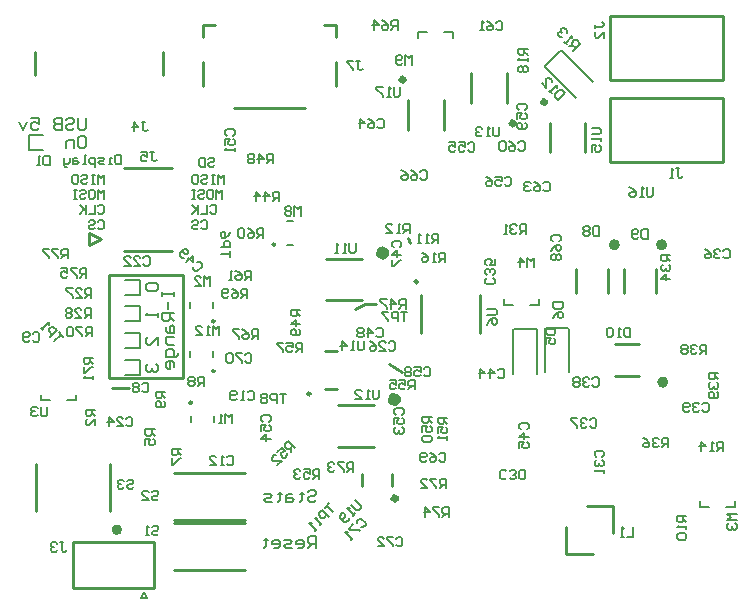
<source format=gbo>
G04 Layer_Color=32896*
%FSTAX24Y24*%
%MOIN*%
G70*
G01*
G75*
%ADD50C,0.0100*%
%ADD92C,0.0197*%
%ADD93C,0.0098*%
%ADD94C,0.0394*%
%ADD95C,0.0079*%
%ADD96C,0.0050*%
%ADD97C,0.0059*%
%ADD174C,0.0060*%
%ADD175C,0.0059*%
%ADD176C,0.0070*%
D50*
X02379Y016624D02*
G03*
X02379Y016624I-00005J0D01*
G01*
X020217Y012884D02*
G03*
X020217Y012884I-000049J0D01*
G01*
X023474Y021683D02*
Y022667D01*
X024656Y021683D02*
Y022667D01*
X028199Y020935D02*
Y021919D01*
X02938Y020935D02*
Y021919D01*
X026752Y022598D02*
Y023583D01*
X025571Y022598D02*
Y023583D01*
X021073Y024793D02*
Y025187D01*
X020679D02*
X021073D01*
X016644Y024793D02*
Y025187D01*
X017037D01*
X016644Y02315D02*
Y023937D01*
X021073Y02315D02*
Y023937D01*
X017677Y022431D02*
X020039D01*
X021142Y011122D02*
X022323D01*
X021142Y0125D02*
X022323D01*
X020748Y016004D02*
X021929D01*
X020748Y017382D02*
X021929D01*
X023898Y014921D02*
Y016181D01*
X025866Y014921D02*
Y016181D01*
X02874Y007559D02*
X029626D01*
X02874D02*
Y008445D01*
X029429Y009134D02*
X030315D01*
Y008248D02*
Y009134D01*
X030364Y014547D02*
X031152D01*
X030364Y013474D02*
X031152D01*
X03065Y01626D02*
Y017047D01*
X031722Y01626D02*
Y017047D01*
X029075Y01626D02*
X029075Y017047D01*
X030148Y01626D02*
X030148Y017047D01*
X015669Y007018D02*
X018031D01*
X015669Y008583D02*
X018031D01*
X030197Y023346D02*
X033976D01*
X030197D02*
Y025472D01*
X033976D01*
Y023346D02*
Y025472D01*
X030197Y02063D02*
X033976D01*
X030197D02*
Y022756D01*
X033976D01*
Y02063D02*
Y022756D01*
X015669Y008671D02*
X018032D01*
X015669Y010236D02*
X018032D01*
X01499Y006407D02*
Y007963D01*
X012293Y006407D02*
X01499D01*
X012293D02*
Y007963D01*
X01499D01*
X020699Y013032D02*
X021093D01*
X020699Y014301D02*
X021093D01*
X011053Y008986D02*
Y010561D01*
X013524Y008986D02*
Y010561D01*
X012835Y018248D02*
X013228Y018051D01*
X012835Y017854D02*
Y018248D01*
Y017854D02*
X013228Y018051D01*
X014016Y020413D02*
X015591D01*
X014016Y017657D02*
X015591D01*
X013593Y013081D02*
X014154D01*
X02193Y009813D02*
Y010207D01*
X022934Y009813D02*
Y010207D01*
X021693Y015699D02*
X022036Y015886D01*
X013494Y013406D02*
Y01685D01*
Y013406D02*
X015955D01*
Y01685D01*
X013494D02*
X015955D01*
X022825Y013888D02*
X023258Y013622D01*
X022036Y015886D02*
X022392D01*
X011043Y023504D02*
Y024291D01*
X015295Y023504D02*
Y024291D01*
X023455Y018081D02*
X023533Y017923D01*
D92*
X023327Y023356D02*
G03*
X023327Y023356I-000049J0D01*
G01*
X028051Y022608D02*
G03*
X028051Y022608I-000049J0D01*
G01*
X026998Y021909D02*
G03*
X026998Y021909I-000049J0D01*
G01*
X032048Y013278D02*
G03*
X032048Y013278I-000089J0D01*
G01*
X032008Y017854D02*
G03*
X032008Y017854I-000089J0D01*
G01*
X030434D02*
G03*
X030434Y017854I-000089J0D01*
G01*
X013839Y008356D02*
G03*
X013839Y008356I-000079J0D01*
G01*
X023081Y0094D02*
G03*
X023081Y0094I-000059J0D01*
G01*
D93*
X019026Y017864D02*
G03*
X019026Y017864I-000039J0D01*
G01*
X01626Y012591D02*
G03*
X01626Y012591I-000039J0D01*
G01*
X017018Y015305D02*
G03*
X017018Y015305I-000039J0D01*
G01*
Y013652D02*
G03*
X017018Y013652I-000039J0D01*
G01*
D94*
X02304Y012697D02*
G03*
X02304Y012697I-000028J0D01*
G01*
X022646Y017579D02*
G03*
X022646Y017579I-000028J0D01*
G01*
D95*
X019439Y017864D02*
X019636D01*
X019439Y018652D02*
X019636D01*
X024969Y024934D02*
X024969Y024754D01*
X024654Y024934D02*
X024969D01*
X023788D02*
X024103D01*
X023788Y024754D02*
X023788Y024934D01*
X028535Y024328D02*
X028591D01*
X028034Y023827D02*
X028535Y024328D01*
X028591D02*
X029621Y023298D01*
X028034Y023771D02*
X029064Y022741D01*
X028034Y023771D02*
X028034Y023827D01*
X028779Y015098D02*
X028819Y015059D01*
X028071Y015098D02*
X028779Y015098D01*
X028819Y015059D02*
X028819Y013602D01*
X028031Y015059D02*
X028031Y013602D01*
X028031Y015059D02*
X028071Y015098D01*
X027717Y015039D02*
X027756Y015D01*
X027008Y015039D02*
X027717Y015039D01*
X027756Y013543D02*
Y015D01*
X026969D02*
X026969Y013543D01*
X026969Y015D02*
X027008Y015039D01*
X026655Y016043D02*
X026655Y015864D01*
X02697D01*
X027521D02*
X027836D01*
X027836Y016043D01*
X03319Y009131D02*
Y009311D01*
Y009131D02*
X033505D01*
X034057D02*
X034372D01*
X034372Y009311D01*
X012403Y012667D02*
Y012846D01*
X012088Y012667D02*
X012403Y012667D01*
X011222Y012667D02*
X011537D01*
X011222Y012846D02*
X011222Y012667D01*
X017008Y011941D02*
Y012138D01*
X01622Y011941D02*
Y012138D01*
X016191Y015758D02*
Y015955D01*
X016978Y015758D02*
Y015955D01*
Y014104D02*
Y014301D01*
X016191Y014104D02*
Y014301D01*
D96*
X014675Y006289D02*
X014774Y006093D01*
X014577D02*
X014774D01*
X014577D02*
X014675Y006289D01*
D97*
X01253Y021466D02*
X012661D01*
X012726Y021401D01*
Y021138D01*
X012661Y021073D01*
X01253D01*
X012464Y021138D01*
Y021401D01*
X01253Y021466D01*
X012333Y021073D02*
Y021335D01*
X012136D01*
X01207Y02127D01*
Y021073D01*
X012726Y02208D02*
Y021752D01*
X012661Y021687D01*
X01253D01*
X012464Y021752D01*
Y02208D01*
X01207Y022015D02*
X012136Y02208D01*
X012267D01*
X012333Y022015D01*
Y021949D01*
X012267Y021884D01*
X012136D01*
X01207Y021818D01*
Y021752D01*
X012136Y021687D01*
X012267D01*
X012333Y021752D01*
X011939Y02208D02*
Y021687D01*
X011742D01*
X011677Y021752D01*
Y021818D01*
X011742Y021884D01*
X011939D01*
X011742D01*
X011677Y021949D01*
Y022015D01*
X011742Y02208D01*
X011939D01*
X01089D02*
X011152D01*
Y021884D01*
X011021Y021949D01*
X010955D01*
X01089Y021884D01*
Y021752D01*
X010955Y021687D01*
X011086D01*
X011152Y021752D01*
X010759Y021949D02*
X010627Y021687D01*
X010496Y021949D01*
X015118Y015591D02*
Y015459D01*
Y015525D01*
X014725D01*
X01479Y015591D01*
Y016565D02*
X014725Y016499D01*
Y016368D01*
X01479Y016303D01*
X015053D01*
X015118Y016368D01*
Y016499D01*
X015053Y016565D01*
X01479D01*
X015282Y016289D02*
Y016158D01*
Y016224D01*
X015676D01*
Y016289D01*
Y016158D01*
X015479Y015961D02*
Y015699D01*
X015676Y015568D02*
X015282D01*
Y015371D01*
X015348Y015305D01*
X015479D01*
X015545Y015371D01*
Y015568D01*
Y015437D02*
X015676Y015305D01*
X015414Y015109D02*
Y014977D01*
X015479Y014912D01*
X015676D01*
Y015109D01*
X01561Y015174D01*
X015545Y015109D01*
Y014912D01*
X015676Y014781D02*
X015414D01*
Y014584D01*
X015479Y014518D01*
X015676D01*
X015807Y014256D02*
Y01419D01*
X015741Y014125D01*
X015414D01*
Y014322D01*
X015479Y014387D01*
X01561D01*
X015676Y014322D01*
Y014125D01*
Y013797D02*
Y013928D01*
X01561Y013994D01*
X015479D01*
X015414Y013928D01*
Y013797D01*
X015479Y013731D01*
X015545D01*
Y013994D01*
X023199Y0231D02*
Y022838D01*
X023146Y022785D01*
X023041D01*
X022989Y022838D01*
Y0231D01*
X022884Y022785D02*
X022779D01*
X022831D01*
Y0231D01*
X022884Y023048D01*
X022622Y0231D02*
X022412D01*
Y023048D01*
X022622Y022838D01*
Y022785D01*
X027451Y02439D02*
X027136D01*
Y024232D01*
X027188Y02418D01*
X027293D01*
X027346Y024232D01*
Y02439D01*
Y024285D02*
X027451Y02418D01*
Y024075D02*
Y02397D01*
Y024022D01*
X027136D01*
X027188Y024075D01*
Y023813D02*
X027136Y02376D01*
Y023655D01*
X027188Y023603D01*
X027241D01*
X027293Y023655D01*
X027346Y023603D01*
X027398D01*
X027451Y023655D01*
Y02376D01*
X027398Y023813D01*
X027346D01*
X027293Y02376D01*
X027241Y023813D01*
X027188D01*
X027293Y02376D02*
Y023655D01*
X028697Y02291D02*
X028474Y022687D01*
X028363Y022798D01*
X028363Y022873D01*
X028512Y023021D01*
X028586D01*
X028697Y02291D01*
X028252D02*
X028178Y022984D01*
X028215Y022947D01*
X028437Y023169D01*
X028437Y023095D01*
X027918Y023244D02*
X028066Y023095D01*
Y023392D01*
X028103Y023429D01*
X028178D01*
X028252Y023355D01*
X028252Y023281D01*
X028301Y017969D02*
X028248Y018022D01*
Y018127D01*
X028301Y018179D01*
X028511D01*
X028563Y018127D01*
Y018022D01*
X028511Y017969D01*
X028248Y017654D02*
X028301Y017759D01*
X028406Y017864D01*
X028511D01*
X028563Y017812D01*
Y017707D01*
X028511Y017654D01*
X028458D01*
X028406Y017707D01*
Y017864D01*
X028301Y017549D02*
X028248Y017497D01*
Y017392D01*
X028301Y01734D01*
X028353D01*
X028406Y017392D01*
X028458Y01734D01*
X028511D01*
X028563Y017392D01*
Y017497D01*
X028511Y017549D01*
X028458D01*
X028406Y017497D01*
X028353Y017549D01*
X028301D01*
X028406Y017497D02*
Y017392D01*
X023875Y020282D02*
X023927Y020335D01*
X024032D01*
X024085Y020282D01*
Y020072D01*
X024032Y02002D01*
X023927D01*
X023875Y020072D01*
X02356Y020335D02*
X023665Y020282D01*
X02377Y020177D01*
Y020072D01*
X023717Y02002D01*
X023612D01*
X02356Y020072D01*
Y020125D01*
X023612Y020177D01*
X02377D01*
X023245Y020335D02*
X02335Y020282D01*
X023455Y020177D01*
Y020072D01*
X023402Y02002D01*
X023298D01*
X023245Y020072D01*
Y020125D01*
X023298Y020177D01*
X023455D01*
X022448Y022005D02*
X0225Y022057D01*
X022605D01*
X022657Y022005D01*
Y021795D01*
X022605Y021742D01*
X0225D01*
X022448Y021795D01*
X022133Y022057D02*
X022238Y022005D01*
X022343Y0219D01*
Y021795D01*
X02229Y021742D01*
X022185D01*
X022133Y021795D01*
Y021847D01*
X022185Y0219D01*
X022343D01*
X02187Y021742D02*
Y022057D01*
X022028Y0219D01*
X021818D01*
X027979Y019908D02*
X028032Y019961D01*
X028136D01*
X028189Y019908D01*
Y019698D01*
X028136Y019646D01*
X028032D01*
X027979Y019698D01*
X027664Y019961D02*
X027769Y019908D01*
X027874Y019803D01*
Y019698D01*
X027822Y019646D01*
X027717D01*
X027664Y019698D01*
Y019751D01*
X027717Y019803D01*
X027874D01*
X027559Y019908D02*
X027507Y019961D01*
X027402D01*
X027349Y019908D01*
Y019856D01*
X027402Y019803D01*
X027454D01*
X027402D01*
X027349Y019751D01*
Y019698D01*
X027402Y019646D01*
X027507D01*
X027559Y019698D01*
X021749Y023986D02*
X021854D01*
X021801D01*
Y023724D01*
X021854Y023671D01*
X021906D01*
X021959Y023724D01*
X021644Y023986D02*
X021434D01*
Y023934D01*
X021644Y023724D01*
Y023671D01*
X011877Y007933D02*
X011982D01*
X011929D01*
Y007671D01*
X011982Y007618D01*
X012034D01*
X012087Y007671D01*
X011772Y00788D02*
X011719Y007933D01*
X011614D01*
X011562Y00788D01*
Y007828D01*
X011614Y007776D01*
X011667D01*
X011614D01*
X011562Y007723D01*
Y007671D01*
X011614Y007618D01*
X011719D01*
X011772Y007671D01*
X028307Y015935D02*
X028622D01*
Y015778D01*
X02857Y015725D01*
X02836D01*
X028307Y015778D01*
Y015935D01*
Y01541D02*
X02836Y015515D01*
X028465Y01562D01*
X02857D01*
X028622Y015568D01*
Y015463D01*
X02857Y01541D01*
X028517D01*
X028465Y015463D01*
Y01562D01*
X028065Y015061D02*
X02838D01*
Y014904D01*
X028328Y014851D01*
X028118D01*
X028065Y014904D01*
Y015061D01*
Y014536D02*
Y014746D01*
X028223D01*
X02817Y014641D01*
Y014589D01*
X028223Y014536D01*
X028328D01*
X02838Y014589D01*
Y014694D01*
X028328Y014746D01*
X011975Y01479D02*
X011826Y014938D01*
X0119Y014864D01*
X011678Y014641D01*
X011529Y01479D02*
X011752Y015012D01*
X011641Y015124D01*
X011566D01*
X011492Y015049D01*
X011492Y014975D01*
X011604Y014864D01*
X011307Y015012D02*
X011232Y015086D01*
X01127Y015049D01*
X011492Y015272D01*
X011492Y015198D01*
X0194Y012894D02*
X01919D01*
X019295D01*
Y012579D01*
X019085D02*
Y012894D01*
X018927D01*
X018875Y012841D01*
Y012736D01*
X018927Y012684D01*
X019085D01*
X01877Y012841D02*
X018717Y012894D01*
X018612D01*
X01856Y012841D01*
Y012789D01*
X018612Y012736D01*
X01856Y012684D01*
Y012631D01*
X018612Y012579D01*
X018717D01*
X01877Y012631D01*
Y012684D01*
X018717Y012736D01*
X01877Y012789D01*
Y012841D01*
X018717Y012736D02*
X018612D01*
X023445Y01562D02*
X023235D01*
X02334D01*
Y015305D01*
X02313D02*
Y01562D01*
X022973D01*
X02292Y015568D01*
Y015463D01*
X022973Y01541D01*
X02313D01*
X022815Y01562D02*
X022605D01*
Y015568D01*
X022815Y015358D01*
Y015305D01*
X017539Y017451D02*
Y017661D01*
Y017556D01*
X017224D01*
Y017766D02*
X017539D01*
Y017923D01*
X017487Y017976D01*
X017382D01*
X017329Y017923D01*
Y017766D01*
X017539Y01829D02*
X017487Y018185D01*
X017382Y018081D01*
X017277D01*
X017224Y018133D01*
Y018238D01*
X017277Y01829D01*
X017329D01*
X017382Y018238D01*
Y018081D01*
X026516Y021781D02*
Y021519D01*
X026463Y021467D01*
X026358D01*
X026306Y021519D01*
Y021781D01*
X026201Y021467D02*
X026096D01*
X026148D01*
Y021781D01*
X026201Y021729D01*
X025939D02*
X025886Y021781D01*
X025781D01*
X025729Y021729D01*
Y021676D01*
X025781Y021624D01*
X025834D01*
X025781D01*
X025729Y021571D01*
Y021519D01*
X025781Y021467D01*
X025886D01*
X025939Y021519D01*
X0225Y013031D02*
Y012769D01*
X022448Y012717D01*
X022343D01*
X02229Y012769D01*
Y013031D01*
X022185Y012717D02*
X02208D01*
X022133D01*
Y013031D01*
X022185Y012979D01*
X021713Y012717D02*
X021923D01*
X021713Y012926D01*
Y012979D01*
X021765Y013031D01*
X02187D01*
X021923Y012979D01*
X021722Y017913D02*
Y017651D01*
X02167Y017598D01*
X021565D01*
X021513Y017651D01*
Y017913D01*
X021408Y017598D02*
X021303D01*
X021355D01*
Y017913D01*
X021408Y017861D01*
X021145Y017598D02*
X02104D01*
X021093D01*
Y017913D01*
X021145Y017861D01*
X026112Y015718D02*
X026375D01*
X026427Y015666D01*
Y015561D01*
X026375Y015509D01*
X026112D01*
Y015194D02*
X026165Y015299D01*
X02627Y015404D01*
X026375D01*
X026427Y015351D01*
Y015246D01*
X026375Y015194D01*
X026322D01*
X02627Y015246D01*
Y015404D01*
X020512Y010059D02*
Y010374D01*
X020354D01*
X020302Y010321D01*
Y010216D01*
X020354Y010164D01*
X020512D01*
X020407D02*
X020302Y010059D01*
X019987Y010374D02*
X020197D01*
Y010216D01*
X020092Y010269D01*
X02004D01*
X019987Y010216D01*
Y010112D01*
X02004Y010059D01*
X020144D01*
X020197Y010112D01*
X019882Y010321D02*
X01983Y010374D01*
X019725D01*
X019672Y010321D01*
Y010269D01*
X019725Y010216D01*
X019777D01*
X019725D01*
X019672Y010164D01*
Y010112D01*
X019725Y010059D01*
X01983D01*
X019882Y010112D01*
X019705Y011093D02*
X019482Y011315D01*
X019371Y011204D01*
Y01113D01*
X019445Y011055D01*
X019519Y011055D01*
X019631Y011167D01*
X019556Y011093D02*
Y010944D01*
X019111D02*
X019259Y011093D01*
X019371Y010981D01*
X019259Y010944D01*
X019222Y010907D01*
Y010833D01*
X019297Y010759D01*
X019371Y010759D01*
X019445Y010833D01*
Y010907D01*
X019111Y010499D02*
X019259Y010647D01*
X018963D01*
X018925Y010684D01*
Y010759D01*
X019Y010833D01*
X019074Y010833D01*
X024783Y012096D02*
X024469D01*
Y011939D01*
X024521Y011887D01*
X024626D01*
X024679Y011939D01*
Y012096D01*
Y011991D02*
X024783Y011887D01*
X024469Y011572D02*
Y011782D01*
X024626D01*
X024574Y011677D01*
Y011624D01*
X024626Y011572D01*
X024731D01*
X024783Y011624D01*
Y011729D01*
X024731Y011782D01*
X024783Y011467D02*
Y011362D01*
Y011414D01*
X024469D01*
X024521Y011467D01*
X024262Y012126D02*
X023947D01*
Y011969D01*
X023999Y011916D01*
X024104D01*
X024157Y011969D01*
Y012126D01*
Y012021D02*
X024262Y011916D01*
X023947Y011601D02*
Y011811D01*
X024104D01*
X024052Y011706D01*
Y011654D01*
X024104Y011601D01*
X024209D01*
X024262Y011654D01*
Y011759D01*
X024209Y011811D01*
X023999Y011496D02*
X023947Y011444D01*
Y011339D01*
X023999Y011286D01*
X024209D01*
X024262Y011339D01*
Y011444D01*
X024209Y011496D01*
X023999D01*
X019882Y015679D02*
X019567D01*
Y015522D01*
X01962Y015469D01*
X019724D01*
X019777Y015522D01*
Y015679D01*
Y015574D02*
X019882Y015469D01*
Y015207D02*
X019567D01*
X019724Y015364D01*
Y015154D01*
X019829Y015049D02*
X019882Y014997D01*
Y014892D01*
X019829Y01484D01*
X01962D01*
X019567Y014892D01*
Y014997D01*
X01962Y015049D01*
X019672D01*
X019724Y014997D01*
Y01484D01*
X018967Y020571D02*
Y020886D01*
X018809D01*
X018757Y020833D01*
Y020728D01*
X018809Y020676D01*
X018967D01*
X018862D02*
X018757Y020571D01*
X018494D02*
Y020886D01*
X018652Y020728D01*
X018442D01*
X018337Y020833D02*
X018284Y020886D01*
X018179D01*
X018127Y020833D01*
Y020781D01*
X018179Y020728D01*
X018127Y020676D01*
Y020623D01*
X018179Y020571D01*
X018284D01*
X018337Y020623D01*
Y020676D01*
X018284Y020728D01*
X018337Y020781D01*
Y020833D01*
X018284Y020728D02*
X018179D01*
X023386Y015728D02*
Y016043D01*
X023228D01*
X023176Y015991D01*
Y015886D01*
X023228Y015833D01*
X023386D01*
X023281D02*
X023176Y015728D01*
X022914D02*
Y016043D01*
X023071Y015886D01*
X022861D01*
X022756Y016043D02*
X022546D01*
Y015991D01*
X022756Y015781D01*
Y015728D01*
X033809Y013583D02*
X033494D01*
Y013425D01*
X033547Y013373D01*
X033652D01*
X033704Y013425D01*
Y013583D01*
Y013478D02*
X033809Y013373D01*
X033547Y013268D02*
X033494Y013215D01*
Y01311D01*
X033547Y013058D01*
X033599D01*
X033652Y01311D01*
Y013163D01*
Y01311D01*
X033704Y013058D01*
X033757D01*
X033809Y01311D01*
Y013215D01*
X033757Y013268D01*
Y012953D02*
X033809Y0129D01*
Y012796D01*
X033757Y012743D01*
X033547D01*
X033494Y012796D01*
Y0129D01*
X033547Y012953D01*
X033599D01*
X033652Y0129D01*
Y012743D01*
X033415Y014213D02*
Y014527D01*
X033258D01*
X033205Y014475D01*
Y01437D01*
X033258Y014318D01*
X033415D01*
X03331D02*
X033205Y014213D01*
X033101Y014475D02*
X033048Y014527D01*
X032943D01*
X032891Y014475D01*
Y014423D01*
X032943Y01437D01*
X032996D01*
X032943D01*
X032891Y014318D01*
Y014265D01*
X032943Y014213D01*
X033048D01*
X033101Y014265D01*
X032786Y014475D02*
X032733Y014527D01*
X032628D01*
X032576Y014475D01*
Y014423D01*
X032628Y01437D01*
X032576Y014318D01*
Y014265D01*
X032628Y014213D01*
X032733D01*
X032786Y014265D01*
Y014318D01*
X032733Y01437D01*
X032786Y014423D01*
Y014475D01*
X032733Y01437D02*
X032628D01*
X032146Y011102D02*
Y011417D01*
X031988D01*
X031936Y011365D01*
Y01126D01*
X031988Y011207D01*
X032146D01*
X032041D02*
X031936Y011102D01*
X031831Y011365D02*
X031778Y011417D01*
X031673D01*
X031621Y011365D01*
Y011312D01*
X031673Y01126D01*
X031726D01*
X031673D01*
X031621Y011207D01*
Y011155D01*
X031673Y011102D01*
X031778D01*
X031831Y011155D01*
X031306Y011417D02*
X031411Y011365D01*
X031516Y01126D01*
Y011155D01*
X031463Y011102D01*
X031359D01*
X031306Y011155D01*
Y011207D01*
X031359Y01126D01*
X031516D01*
X032215Y01751D02*
X0319D01*
Y017352D01*
X031952Y0173D01*
X032057D01*
X03211Y017352D01*
Y01751D01*
Y017405D02*
X032215Y0173D01*
X031952Y017195D02*
X0319Y017143D01*
Y017038D01*
X031952Y016985D01*
X032005D01*
X032057Y017038D01*
Y01709D01*
Y017038D01*
X03211Y016985D01*
X032162D01*
X032215Y017038D01*
Y017143D01*
X032162Y017195D01*
X032215Y016723D02*
X0319D01*
X032057Y01688D01*
Y01667D01*
X027402Y018218D02*
Y018533D01*
X027244D01*
X027192Y018481D01*
Y018376D01*
X027244Y018323D01*
X027402D01*
X027297D02*
X027192Y018218D01*
X027087Y018481D02*
X027034Y018533D01*
X026929D01*
X026877Y018481D01*
Y018428D01*
X026929Y018376D01*
X026982D01*
X026929D01*
X026877Y018323D01*
Y018271D01*
X026929Y018218D01*
X027034D01*
X027087Y018271D01*
X026772Y018218D02*
X026667D01*
X026719D01*
Y018533D01*
X026772Y018481D01*
X024705Y017283D02*
Y017598D01*
X024547D01*
X024495Y017546D01*
Y017441D01*
X024547Y017388D01*
X024705D01*
X0246D02*
X024495Y017283D01*
X02439D02*
X024285D01*
X024337D01*
Y017598D01*
X02439Y017546D01*
X023918Y017598D02*
X024023Y017546D01*
X024127Y017441D01*
Y017336D01*
X024075Y017283D01*
X02397D01*
X023918Y017336D01*
Y017388D01*
X02397Y017441D01*
X024127D01*
X033967Y010974D02*
Y011289D01*
X033809D01*
X033757Y011237D01*
Y011132D01*
X033809Y011079D01*
X033967D01*
X033862D02*
X033757Y010974D01*
X033652D02*
X033547D01*
X033599D01*
Y011289D01*
X033652Y011237D01*
X033232Y010974D02*
Y011289D01*
X033389Y011132D01*
X033179D01*
X023524Y018238D02*
Y018553D01*
X023366D01*
X023314Y018501D01*
Y018396D01*
X023366Y018343D01*
X023524D01*
X023419D02*
X023314Y018238D01*
X023209D02*
X023104D01*
X023156D01*
Y018553D01*
X023209Y018501D01*
X022736Y018238D02*
X022946D01*
X022736Y018448D01*
Y018501D01*
X022789Y018553D01*
X022894D01*
X022946Y018501D01*
X024478Y017913D02*
Y018228D01*
X024321D01*
X024268Y018176D01*
Y018071D01*
X024321Y018018D01*
X024478D01*
X024373D02*
X024268Y017913D01*
X024163D02*
X024059D01*
X024111D01*
Y018228D01*
X024163Y018176D01*
X023901Y017913D02*
X023796D01*
X023849D01*
Y018228D01*
X023901Y018176D01*
X032746Y008809D02*
X032431D01*
Y008652D01*
X032484Y008599D01*
X032589D01*
X032641Y008652D01*
Y008809D01*
Y008704D02*
X032746Y008599D01*
Y008494D02*
Y008389D01*
Y008442D01*
X032431D01*
X032484Y008494D01*
Y008232D02*
X032431Y008179D01*
Y008074D01*
X032484Y008022D01*
X032694D01*
X032746Y008074D01*
Y008179D01*
X032694Y008232D01*
X032484D01*
X027657Y017116D02*
Y017431D01*
X027553Y017326D01*
X027448Y017431D01*
Y017116D01*
X027185D02*
Y017431D01*
X027343Y017274D01*
X027133D01*
X034429Y008888D02*
X034114D01*
X034219Y008783D01*
X034114Y008678D01*
X034429D01*
X034167Y008573D02*
X034114Y00852D01*
Y008416D01*
X034167Y008363D01*
X034219D01*
X034272Y008416D01*
Y008468D01*
Y008416D01*
X034324Y008363D01*
X034377D01*
X034429Y008416D01*
Y00852D01*
X034377Y008573D01*
X030974Y008445D02*
Y00813D01*
X030765D01*
X03066D02*
X030555D01*
X030607D01*
Y008445D01*
X03066Y008392D01*
X030876Y015098D02*
Y014783D01*
X030719D01*
X030666Y014836D01*
Y015046D01*
X030719Y015098D01*
X030876D01*
X030561Y014783D02*
X030456D01*
X030509D01*
Y015098D01*
X030561Y015046D01*
X030299D02*
X030246Y015098D01*
X030141D01*
X030089Y015046D01*
Y014836D01*
X030141Y014783D01*
X030246D01*
X030299Y014836D01*
Y015046D01*
X031457Y018376D02*
Y018061D01*
X031299D01*
X031247Y018113D01*
Y018323D01*
X031299Y018376D01*
X031457D01*
X031142Y018113D02*
X031089Y018061D01*
X030984D01*
X030932Y018113D01*
Y018323D01*
X030984Y018376D01*
X031089D01*
X031142Y018323D01*
Y018271D01*
X031089Y018218D01*
X030932D01*
X029833Y018474D02*
Y018159D01*
X029675D01*
X029623Y018212D01*
Y018422D01*
X029675Y018474D01*
X029833D01*
X029518Y018422D02*
X029465Y018474D01*
X02936D01*
X029308Y018422D01*
Y018369D01*
X02936Y018317D01*
X029308Y018264D01*
Y018212D01*
X02936Y018159D01*
X029465D01*
X029518Y018212D01*
Y018264D01*
X029465Y018317D01*
X029518Y018369D01*
Y018422D01*
X029465Y018317D02*
X02936D01*
X02669Y020075D02*
X026742Y020128D01*
X026847D01*
X0269Y020075D01*
Y019865D01*
X026847Y019813D01*
X026742D01*
X02669Y019865D01*
X026375Y020128D02*
X026585D01*
Y01997D01*
X02648Y020023D01*
X026427D01*
X026375Y01997D01*
Y019865D01*
X026427Y019813D01*
X026532D01*
X026585Y019865D01*
X02606Y020128D02*
X026165Y020075D01*
X02627Y01997D01*
Y019865D01*
X026217Y019813D01*
X026112D01*
X02606Y019865D01*
Y019918D01*
X026112Y01997D01*
X02627D01*
X025469Y021217D02*
X025522Y02127D01*
X025627D01*
X025679Y021217D01*
Y021007D01*
X025627Y020955D01*
X025522D01*
X025469Y021007D01*
X025154Y02127D02*
X025364D01*
Y021112D01*
X025259Y021165D01*
X025207D01*
X025154Y021112D01*
Y021007D01*
X025207Y020955D01*
X025312D01*
X025364Y021007D01*
X02484Y02127D02*
X025049D01*
Y021112D01*
X024944Y021165D01*
X024892D01*
X02484Y021112D01*
Y021007D01*
X024892Y020955D01*
X024997D01*
X025049Y021007D01*
X018625Y011955D02*
X018573Y012008D01*
Y012113D01*
X018625Y012165D01*
X018835D01*
X018888Y012113D01*
Y012008D01*
X018835Y011955D01*
X018573Y011641D02*
Y011851D01*
X01873D01*
X018678Y011746D01*
Y011693D01*
X01873Y011641D01*
X018835D01*
X018888Y011693D01*
Y011798D01*
X018835Y011851D01*
X018888Y011378D02*
X018573D01*
X01873Y011536D01*
Y011326D01*
X023055Y012192D02*
X023002Y012244D01*
Y012349D01*
X023055Y012402D01*
X023264D01*
X023317Y012349D01*
Y012244D01*
X023264Y012192D01*
X023002Y011877D02*
Y012087D01*
X023159D01*
X023107Y011982D01*
Y011929D01*
X023159Y011877D01*
X023264D01*
X023317Y011929D01*
Y012034D01*
X023264Y012087D01*
X023055Y011772D02*
X023002Y011719D01*
Y011614D01*
X023055Y011562D01*
X023107D01*
X023159Y011614D01*
Y011667D01*
Y011614D01*
X023212Y011562D01*
X023264D01*
X023317Y011614D01*
Y011719D01*
X023264Y011772D01*
X017425Y021493D02*
X017372Y021545D01*
Y02165D01*
X017425Y021703D01*
X017635D01*
X017687Y02165D01*
Y021545D01*
X017635Y021493D01*
X017372Y021178D02*
Y021388D01*
X01753D01*
X017477Y021283D01*
Y02123D01*
X01753Y021178D01*
X017635D01*
X017687Y02123D01*
Y021335D01*
X017635Y021388D01*
X017687Y021073D02*
Y020968D01*
Y021021D01*
X017372D01*
X017425Y021073D01*
X016445Y017273D02*
X016519D01*
X016593Y017199D01*
X016593Y017125D01*
X016445Y016976D01*
X01637D01*
X016296Y01705D01*
X016296Y017125D01*
X016074Y017273D02*
X016296Y017496D01*
X016296Y017273D01*
X016148Y017421D01*
X015999D02*
X015925D01*
X015851Y017496D01*
X015851Y01757D01*
X015999Y017718D01*
X016074D01*
X016148Y017644D01*
X016148Y01757D01*
X016111Y017533D01*
X016036Y017533D01*
X015925Y017644D01*
X022408Y015036D02*
X022461Y015088D01*
X022566D01*
X022618Y015036D01*
Y014826D01*
X022566Y014774D01*
X022461D01*
X022408Y014826D01*
X022146Y014774D02*
Y015088D01*
X022303Y014931D01*
X022093D01*
X021988Y015036D02*
X021936Y015088D01*
X021831D01*
X021778Y015036D01*
Y014984D01*
X021831Y014931D01*
X021778Y014879D01*
Y014826D01*
X021831Y014774D01*
X021936D01*
X021988Y014826D01*
Y014879D01*
X021936Y014931D01*
X021988Y014984D01*
Y015036D01*
X021936Y014931D02*
X021831D01*
X022986Y017772D02*
X022933Y017825D01*
Y01793D01*
X022986Y017982D01*
X023196D01*
X023248Y01793D01*
Y017825D01*
X023196Y017772D01*
X023248Y01751D02*
X022933D01*
X023091Y017667D01*
Y017458D01*
X022933Y017353D02*
Y017143D01*
X022986D01*
X023196Y017353D01*
X023248D01*
X027228Y0117D02*
X027175Y011752D01*
Y011857D01*
X027228Y011909D01*
X027438D01*
X02749Y011857D01*
Y011752D01*
X027438Y0117D01*
X02749Y011437D02*
X027175D01*
X027333Y011595D01*
Y011385D01*
X027175Y01107D02*
Y01128D01*
X027333D01*
X02728Y011175D01*
Y011122D01*
X027333Y01107D01*
X027438D01*
X02749Y011122D01*
Y011227D01*
X027438Y01128D01*
X02646Y013672D02*
X026513Y013725D01*
X026618D01*
X02667Y013672D01*
Y013462D01*
X026618Y01341D01*
X026513D01*
X02646Y013462D01*
X026198Y01341D02*
Y013725D01*
X026355Y013567D01*
X026145D01*
X025883Y01341D02*
Y013725D01*
X02604Y013567D01*
X02583D01*
X033274Y012546D02*
X033327Y012598D01*
X033432D01*
X033484Y012546D01*
Y012336D01*
X033432Y012283D01*
X033327D01*
X033274Y012336D01*
X033169Y012546D02*
X033117Y012598D01*
X033012D01*
X032959Y012546D01*
Y012493D01*
X033012Y012441D01*
X033064D01*
X033012D01*
X032959Y012388D01*
Y012336D01*
X033012Y012283D01*
X033117D01*
X033169Y012336D01*
X032855D02*
X032802Y012283D01*
X032697D01*
X032645Y012336D01*
Y012546D01*
X032697Y012598D01*
X032802D01*
X032855Y012546D01*
Y012493D01*
X032802Y012441D01*
X032645D01*
X029613Y013382D02*
X029665Y013435D01*
X02977D01*
X029823Y013382D01*
Y013173D01*
X02977Y01312D01*
X029665D01*
X029613Y013173D01*
X029508Y013382D02*
X029455Y013435D01*
X029351D01*
X029298Y013382D01*
Y01333D01*
X029351Y013278D01*
X029403D01*
X029351D01*
X029298Y013225D01*
Y013173D01*
X029351Y01312D01*
X029455D01*
X029508Y013173D01*
X029193Y013382D02*
X029141Y013435D01*
X029036D01*
X028983Y013382D01*
Y01333D01*
X029036Y013278D01*
X028983Y013225D01*
Y013173D01*
X029036Y01312D01*
X029141D01*
X029193Y013173D01*
Y013225D01*
X029141Y013278D01*
X029193Y01333D01*
Y013382D01*
X029141Y013278D02*
X029036D01*
X029534Y012014D02*
X029587Y012067D01*
X029692D01*
X029744Y012014D01*
Y011804D01*
X029692Y011752D01*
X029587D01*
X029534Y011804D01*
X029429Y012014D02*
X029377Y012067D01*
X029272D01*
X029219Y012014D01*
Y011962D01*
X029272Y011909D01*
X029324D01*
X029272D01*
X029219Y011857D01*
Y011804D01*
X029272Y011752D01*
X029377D01*
X029429Y011804D01*
X029114Y012067D02*
X028904D01*
Y012014D01*
X029114Y011804D01*
Y011752D01*
X033983Y017664D02*
X034035Y017716D01*
X03414D01*
X034193Y017664D01*
Y017454D01*
X03414Y017402D01*
X034035D01*
X033983Y017454D01*
X033878Y017664D02*
X033826Y017716D01*
X033721D01*
X033668Y017664D01*
Y017611D01*
X033721Y017559D01*
X033773D01*
X033721D01*
X033668Y017507D01*
Y017454D01*
X033721Y017402D01*
X033826D01*
X033878Y017454D01*
X033353Y017716D02*
X033458Y017664D01*
X033563Y017559D01*
Y017454D01*
X033511Y017402D01*
X033406D01*
X033353Y017454D01*
Y017507D01*
X033406Y017559D01*
X033563D01*
X026306Y016745D02*
X026358Y016693D01*
Y016588D01*
X026306Y016535D01*
X026096D01*
X026043Y016588D01*
Y016693D01*
X026096Y016745D01*
X026306Y01685D02*
X026358Y016903D01*
Y017008D01*
X026306Y01706D01*
X026253D01*
X026201Y017008D01*
Y016955D01*
Y017008D01*
X026148Y01706D01*
X026096D01*
X026043Y017008D01*
Y016903D01*
X026096Y01685D01*
X026358Y017375D02*
Y017165D01*
X026201D01*
X026253Y01727D01*
Y017323D01*
X026201Y017375D01*
X026096D01*
X026043Y017323D01*
Y017218D01*
X026096Y017165D01*
X029738Y010784D02*
X029685Y010837D01*
Y010942D01*
X029738Y010994D01*
X029948D01*
X03Y010942D01*
Y010837D01*
X029948Y010784D01*
X029738Y010679D02*
X029685Y010627D01*
Y010522D01*
X029738Y010469D01*
X02979D01*
X029843Y010522D01*
Y010574D01*
Y010522D01*
X029895Y010469D01*
X029948D01*
X03Y010522D01*
Y010627D01*
X029948Y010679D01*
X03Y010364D02*
Y010259D01*
Y010312D01*
X029685D01*
X029738Y010364D01*
X026745Y010092D02*
X026693Y010039D01*
X026588D01*
X026535Y010092D01*
Y010302D01*
X026588Y010354D01*
X026693D01*
X026745Y010302D01*
X02685Y010092D02*
X026903Y010039D01*
X027008D01*
X02706Y010092D01*
Y010144D01*
X027008Y010197D01*
X026955D01*
X027008D01*
X02706Y010249D01*
Y010302D01*
X027008Y010354D01*
X026903D01*
X02685Y010302D01*
X027165Y010092D02*
X027218Y010039D01*
X027323D01*
X027375Y010092D01*
Y010302D01*
X027323Y010354D01*
X027218D01*
X027165Y010302D01*
Y010092D01*
X022822Y014583D02*
X022874Y014636D01*
X022979D01*
X023031Y014583D01*
Y014373D01*
X022979Y014321D01*
X022874D01*
X022822Y014373D01*
X022507Y014321D02*
X022717D01*
X022507Y014531D01*
Y014583D01*
X022559Y014636D01*
X022664D01*
X022717Y014583D01*
X022192Y014636D02*
X022297Y014583D01*
X022402Y014478D01*
Y014373D01*
X022349Y014321D01*
X022244D01*
X022192Y014373D01*
Y014426D01*
X022244Y014478D01*
X022402D01*
X014938Y008432D02*
X01499Y008484D01*
X015095D01*
X015148Y008432D01*
Y008379D01*
X015095Y008327D01*
X01499D01*
X014938Y008274D01*
Y008222D01*
X01499Y008169D01*
X015095D01*
X015148Y008222D01*
X014833Y008169D02*
X014728D01*
X01478D01*
Y008484D01*
X014833Y008432D01*
X015374Y012963D02*
X015059D01*
Y012805D01*
X015112Y012753D01*
X015217D01*
X015269Y012805D01*
Y012963D01*
Y012858D02*
X015374Y012753D01*
X015322Y012648D02*
X015374Y012595D01*
Y01249D01*
X015322Y012438D01*
X015112D01*
X015059Y01249D01*
Y012595D01*
X015112Y012648D01*
X015164D01*
X015217Y012595D01*
Y012438D01*
X016673Y01315D02*
Y013464D01*
X016516D01*
X016463Y013412D01*
Y013307D01*
X016516Y013255D01*
X016673D01*
X016568D02*
X016463Y01315D01*
X016358Y013412D02*
X016306Y013464D01*
X016201D01*
X016148Y013412D01*
Y01336D01*
X016201Y013307D01*
X016148Y013255D01*
Y013202D01*
X016201Y01315D01*
X016306D01*
X016358Y013202D01*
Y013255D01*
X016306Y013307D01*
X016358Y01336D01*
Y013412D01*
X016306Y013307D02*
X016201D01*
X015906Y011053D02*
X015591D01*
Y010896D01*
X015643Y010843D01*
X015748D01*
X015801Y010896D01*
Y011053D01*
Y010948D02*
X015906Y010843D01*
X015591Y010738D02*
Y010528D01*
X015643D01*
X015853Y010738D01*
X015906D01*
X01503Y011703D02*
X014715D01*
Y011545D01*
X014767Y011493D01*
X014872D01*
X014925Y011545D01*
Y011703D01*
Y011598D02*
X01503Y011493D01*
X014715Y011178D02*
Y011388D01*
X014872D01*
X01482Y011283D01*
Y01123D01*
X014872Y011178D01*
X014977D01*
X01503Y01123D01*
Y011335D01*
X014977Y011388D01*
X013032Y012362D02*
X012717D01*
Y012205D01*
X012769Y012152D01*
X012874D01*
X012927Y012205D01*
Y012362D01*
Y012257D02*
X013032Y012152D01*
Y011837D02*
Y012047D01*
X012822Y011837D01*
X012769D01*
X012717Y01189D01*
Y011995D01*
X012769Y012047D01*
X029685Y025066D02*
Y025171D01*
Y025118D01*
X029948D01*
X03Y025171D01*
Y025223D01*
X029948Y025276D01*
X03Y024751D02*
Y024961D01*
X02979Y024751D01*
X029738D01*
X029685Y024803D01*
Y024908D01*
X029738Y024961D01*
X032408Y020413D02*
X032513D01*
X032461D01*
Y020151D01*
X032513Y020098D01*
X032566D01*
X032618Y020151D01*
X032303Y020098D02*
X032198D01*
X032251D01*
Y020413D01*
X032303Y020361D01*
X011526Y020827D02*
Y020512D01*
X011368D01*
X011316Y020564D01*
Y020774D01*
X011368Y020827D01*
X011526D01*
X011211Y020512D02*
X011106D01*
X011158D01*
Y020827D01*
X011211Y020774D01*
X018117Y01294D02*
X018169Y012992D01*
X018274D01*
X018327Y01294D01*
Y01273D01*
X018274Y012677D01*
X018169D01*
X018117Y01273D01*
X018012Y012677D02*
X017907D01*
X017959D01*
Y012992D01*
X018012Y01294D01*
X01775Y01273D02*
X017697Y012677D01*
X017592D01*
X01754Y01273D01*
Y01294D01*
X017592Y012992D01*
X017697D01*
X01775Y01294D01*
Y012887D01*
X017697Y012835D01*
X01754D01*
X010961Y014888D02*
X011014Y014941D01*
X011119D01*
X011171Y014888D01*
Y014678D01*
X011119Y014626D01*
X011014D01*
X010961Y014678D01*
X010856D02*
X010804Y014626D01*
X010699D01*
X010646Y014678D01*
Y014888D01*
X010699Y014941D01*
X010804D01*
X010856Y014888D01*
Y014836D01*
X010804Y014783D01*
X010646D01*
X014603Y013205D02*
X014656Y013258D01*
X014761D01*
X014813Y013205D01*
Y012995D01*
X014761Y012943D01*
X014656D01*
X014603Y012995D01*
X014498Y013205D02*
X014446Y013258D01*
X014341D01*
X014288Y013205D01*
Y013153D01*
X014341Y0131D01*
X014288Y013048D01*
Y012995D01*
X014341Y012943D01*
X014446D01*
X014498Y012995D01*
Y013048D01*
X014446Y0131D01*
X014498Y013153D01*
Y013205D01*
X014446Y0131D02*
X014341D01*
X014642Y017418D02*
X014695Y01747D01*
X0148D01*
X014852Y017418D01*
Y017208D01*
X0148Y017156D01*
X014695D01*
X014642Y017208D01*
X014328Y017156D02*
X014538D01*
X014328Y017365D01*
Y017418D01*
X01438Y01747D01*
X014485D01*
X014538Y017418D01*
X014013Y017156D02*
X014223D01*
X014013Y017365D01*
Y017418D01*
X014065Y01747D01*
X01417D01*
X014223Y017418D01*
X011437Y012461D02*
Y012198D01*
X011385Y012146D01*
X01128D01*
X011227Y012198D01*
Y012461D01*
X011122Y012408D02*
X01107Y012461D01*
X010965D01*
X010912Y012408D01*
Y012356D01*
X010965Y012303D01*
X011017D01*
X010965D01*
X010912Y012251D01*
Y012198D01*
X010965Y012146D01*
X01107D01*
X011122Y012198D01*
X014072Y012064D02*
X014124Y012116D01*
X014229D01*
X014282Y012064D01*
Y011854D01*
X014229Y011801D01*
X014124D01*
X014072Y011854D01*
X013757Y011801D02*
X013967D01*
X013757Y012011D01*
Y012064D01*
X013809Y012116D01*
X013914D01*
X013967Y012064D01*
X013494Y011801D02*
Y012116D01*
X013652Y011959D01*
X013442D01*
X017589Y0119D02*
Y012214D01*
X017484Y01211D01*
X017379Y012214D01*
Y0119D01*
X017274D02*
X017169D01*
X017221D01*
Y012214D01*
X017274Y012162D01*
X017428Y010774D02*
X01748Y010827D01*
X017585D01*
X017638Y010774D01*
Y010564D01*
X017585Y010512D01*
X01748D01*
X017428Y010564D01*
X017323Y010512D02*
X017218D01*
X01727D01*
Y010827D01*
X017323Y010774D01*
X016851Y010512D02*
X017061D01*
X016851Y010722D01*
Y010774D01*
X016903Y010827D01*
X017008D01*
X017061Y010774D01*
X01688Y016496D02*
Y016811D01*
X016775Y016706D01*
X01667Y016811D01*
Y016496D01*
X016355D02*
X016565D01*
X016355Y016706D01*
Y016758D01*
X016408Y016811D01*
X016513D01*
X016565Y016758D01*
X012913Y016093D02*
Y016407D01*
X012756D01*
X012703Y016355D01*
Y01625D01*
X012756Y016197D01*
X012913D01*
X012808D02*
X012703Y016093D01*
X012389D02*
X012599D01*
X012389Y016302D01*
Y016355D01*
X012441Y016407D01*
X012546D01*
X012599Y016355D01*
X012284Y016407D02*
X012074D01*
Y016355D01*
X012284Y016145D01*
Y016093D01*
X012894Y015423D02*
Y015738D01*
X012736D01*
X012684Y015686D01*
Y015581D01*
X012736Y015528D01*
X012894D01*
X012789D02*
X012684Y015423D01*
X012369D02*
X012579D01*
X012369Y015633D01*
Y015686D01*
X012421Y015738D01*
X012526D01*
X012579Y015686D01*
X012264D02*
X012212Y015738D01*
X012107D01*
X012054Y015686D01*
Y015633D01*
X012107Y015581D01*
X012054Y015528D01*
Y015476D01*
X012107Y015423D01*
X012212D01*
X012264Y015476D01*
Y015528D01*
X012212Y015581D01*
X012264Y015633D01*
Y015686D01*
X012212Y015581D02*
X012107D01*
X023993Y013727D02*
X024045Y013779D01*
X02415D01*
X024203Y013727D01*
Y013517D01*
X02415Y013465D01*
X024045D01*
X023993Y013517D01*
X023678Y013779D02*
X023888D01*
Y013622D01*
X023783Y013674D01*
X02373D01*
X023678Y013622D01*
Y013517D01*
X02373Y013465D01*
X023835D01*
X023888Y013517D01*
X023573Y013727D02*
X023521Y013779D01*
X023416D01*
X023363Y013727D01*
Y013674D01*
X023416Y013622D01*
X023363Y01357D01*
Y013517D01*
X023416Y013465D01*
X023521D01*
X023573Y013517D01*
Y01357D01*
X023521Y013622D01*
X023573Y013674D01*
Y013727D01*
X023521Y013622D02*
X023416D01*
X023691Y013032D02*
Y013346D01*
X023534D01*
X023481Y013294D01*
Y013189D01*
X023534Y013136D01*
X023691D01*
X023586D02*
X023481Y013032D01*
X023166Y013346D02*
X023376D01*
Y013189D01*
X023271Y013241D01*
X023219D01*
X023166Y013189D01*
Y013084D01*
X023219Y013032D01*
X023324D01*
X023376Y013084D01*
X022851Y013346D02*
X023061D01*
Y013189D01*
X022956Y013241D01*
X022904D01*
X022851Y013189D01*
Y013084D01*
X022904Y013032D01*
X023009D01*
X023061Y013084D01*
X019941Y014282D02*
Y014596D01*
X019784D01*
X019731Y014544D01*
Y014439D01*
X019784Y014386D01*
X019941D01*
X019836D02*
X019731Y014282D01*
X019416Y014596D02*
X019626D01*
Y014439D01*
X019521Y014491D01*
X019469D01*
X019416Y014439D01*
Y014334D01*
X019469Y014282D01*
X019574D01*
X019626Y014334D01*
X019311Y014596D02*
X019101D01*
Y014544D01*
X019311Y014334D01*
Y014282D01*
X021998Y014655D02*
Y014393D01*
X021946Y014341D01*
X021841D01*
X021788Y014393D01*
Y014655D01*
X021683Y014341D02*
X021578D01*
X021631D01*
Y014655D01*
X021683Y014603D01*
X021263Y014341D02*
Y014655D01*
X021421Y014498D01*
X021211D01*
X027159Y022349D02*
X027106Y022402D01*
Y022507D01*
X027159Y022559D01*
X027369D01*
X027421Y022507D01*
Y022402D01*
X027369Y022349D01*
X027106Y022034D02*
Y022244D01*
X027264D01*
X027211Y022139D01*
Y022087D01*
X027264Y022034D01*
X027369D01*
X027421Y022087D01*
Y022192D01*
X027369Y022244D01*
Y021929D02*
X027421Y021877D01*
Y021772D01*
X027369Y021719D01*
X027159D01*
X027106Y021772D01*
Y021877D01*
X027159Y021929D01*
X027211D01*
X027264Y021877D01*
Y021719D01*
X027142Y021256D02*
X027195Y021309D01*
X0273D01*
X027352Y021256D01*
Y021047D01*
X0273Y020994D01*
X027195D01*
X027142Y021047D01*
X026828Y021309D02*
X026933Y021256D01*
X027037Y021152D01*
Y021047D01*
X026985Y020994D01*
X02688D01*
X026828Y021047D01*
Y021099D01*
X02688Y021152D01*
X027037D01*
X026723Y021256D02*
X02667Y021309D01*
X026565D01*
X026513Y021256D01*
Y021047D01*
X026565Y020994D01*
X02667D01*
X026723Y021047D01*
Y021256D01*
X026404Y025262D02*
X026457Y025315D01*
X026562D01*
X026614Y025262D01*
Y025052D01*
X026562Y025D01*
X026457D01*
X026404Y025052D01*
X026089Y025315D02*
X026194Y025262D01*
X026299Y025157D01*
Y025052D01*
X026247Y025D01*
X026142D01*
X026089Y025052D01*
Y025105D01*
X026142Y025157D01*
X026299D01*
X025984Y025D02*
X025879D01*
X025932D01*
Y025315D01*
X025984Y025262D01*
X019892Y018829D02*
Y019144D01*
X019787Y019039D01*
X019682Y019144D01*
Y018829D01*
X019577Y019091D02*
X019524Y019144D01*
X019419D01*
X019367Y019091D01*
Y019039D01*
X019419Y018986D01*
X019367Y018934D01*
Y018881D01*
X019419Y018829D01*
X019524D01*
X019577Y018881D01*
Y018934D01*
X019524Y018986D01*
X019577Y019039D01*
Y019091D01*
X019524Y018986D02*
X019419D01*
X023593Y023858D02*
Y024173D01*
X023488Y024068D01*
X023383Y024173D01*
Y023858D01*
X023278Y023911D02*
X023225Y023858D01*
X02312D01*
X023068Y023911D01*
Y024121D01*
X02312Y024173D01*
X023225D01*
X023278Y024121D01*
Y024068D01*
X023225Y024016D01*
X023068D01*
X028976Y024331D02*
X029199Y024553D01*
X029088Y024665D01*
X029013D01*
X028939Y02459D01*
X028939Y024516D01*
X029051Y024405D01*
X028976Y024479D02*
X028828D01*
X028754Y024553D02*
X02868Y024628D01*
X028717Y02459D01*
X028939Y024813D01*
X028939Y024739D01*
X028754Y024924D02*
X028754Y024999D01*
X02868Y025073D01*
X028605D01*
X028568Y025036D01*
Y024962D01*
X028605Y024924D01*
X028568Y024962D01*
X028494D01*
X028457Y024924D01*
X028457Y02485D01*
X028531Y024776D01*
X028605D01*
X018642Y018091D02*
Y018405D01*
X018484D01*
X018432Y018353D01*
Y018248D01*
X018484Y018196D01*
X018642D01*
X018537D02*
X018432Y018091D01*
X018117Y018405D02*
X018222Y018353D01*
X018327Y018248D01*
Y018143D01*
X018274Y018091D01*
X018169D01*
X018117Y018143D01*
Y018196D01*
X018169Y018248D01*
X018327D01*
X018012Y018353D02*
X01796Y018405D01*
X017855D01*
X017802Y018353D01*
Y018143D01*
X017855Y018091D01*
X01796D01*
X018012Y018143D01*
Y018353D01*
X018238Y016683D02*
Y016998D01*
X018081D01*
X018028Y016945D01*
Y01684D01*
X018081Y016788D01*
X018238D01*
X018133D02*
X018028Y016683D01*
X017713Y016998D02*
X017818Y016945D01*
X017923Y01684D01*
Y016736D01*
X017871Y016683D01*
X017766D01*
X017713Y016736D01*
Y016788D01*
X017766Y01684D01*
X017923D01*
X017608Y016683D02*
X017504D01*
X017556D01*
Y016998D01*
X017608Y016945D01*
X02312Y02503D02*
Y025344D01*
X022963D01*
X02291Y025292D01*
Y025187D01*
X022963Y025134D01*
X02312D01*
X023015D02*
X02291Y02503D01*
X022595Y025344D02*
X0227Y025292D01*
X022805Y025187D01*
Y025082D01*
X022753Y02503D01*
X022648D01*
X022595Y025082D01*
Y025134D01*
X022648Y025187D01*
X022805D01*
X022333Y02503D02*
Y025344D01*
X02249Y025187D01*
X02228D01*
X018465Y014724D02*
Y015039D01*
X018307D01*
X018255Y014987D01*
Y014882D01*
X018307Y014829D01*
X018465D01*
X01836D02*
X018255Y014724D01*
X01794Y015039D02*
X018045Y014987D01*
X01815Y014882D01*
Y014777D01*
X018097Y014724D01*
X017992D01*
X01794Y014777D01*
Y014829D01*
X017992Y014882D01*
X01815D01*
X017835Y015039D02*
X017625D01*
Y014987D01*
X017835Y014777D01*
Y014724D01*
X01811Y016083D02*
Y016398D01*
X017953D01*
X0179Y016345D01*
Y01624D01*
X017953Y016188D01*
X01811D01*
X018005D02*
X0179Y016083D01*
X017585Y016398D02*
X01769Y016345D01*
X017795Y01624D01*
Y016135D01*
X017743Y016083D01*
X017638D01*
X017585Y016135D01*
Y016188D01*
X017638Y01624D01*
X017795D01*
X017481Y016135D02*
X017428Y016083D01*
X017323D01*
X017271Y016135D01*
Y016345D01*
X017323Y016398D01*
X017428D01*
X017481Y016345D01*
Y016293D01*
X017428Y01624D01*
X017271D01*
X029587Y021742D02*
X029849D01*
X029902Y02169D01*
Y021585D01*
X029849Y021532D01*
X029587D01*
X029902Y021427D02*
Y021322D01*
Y021375D01*
X029587D01*
X029639Y021427D01*
X029587Y020955D02*
Y021165D01*
X029744D01*
X029692Y02106D01*
Y021007D01*
X029744Y020955D01*
X029849D01*
X029902Y021007D01*
Y021112D01*
X029849Y021165D01*
X014928Y009603D02*
X01498Y009655D01*
X015085D01*
X015138Y009603D01*
Y00955D01*
X015085Y009498D01*
X01498D01*
X014928Y009445D01*
Y009393D01*
X01498Y009341D01*
X015085D01*
X015138Y009393D01*
X014613Y009341D02*
X014823D01*
X014613Y00955D01*
Y009603D01*
X014666Y009655D01*
X01477D01*
X014823Y009603D01*
X019173Y019311D02*
Y019626D01*
X019016D01*
X018963Y019573D01*
Y019468D01*
X019016Y019416D01*
X019173D01*
X019068D02*
X018963Y019311D01*
X018701D02*
Y019626D01*
X018858Y019468D01*
X018648D01*
X018386Y019311D02*
Y019626D01*
X018544Y019468D01*
X018334D01*
X018038Y01418D02*
X018091Y014232D01*
X018196D01*
X018248Y01418D01*
Y01397D01*
X018196Y013917D01*
X018091D01*
X018038Y01397D01*
X017933Y014232D02*
X017723D01*
Y01418D01*
X017933Y01397D01*
Y013917D01*
X017618Y01418D02*
X017566Y014232D01*
X017461D01*
X017408Y01418D01*
Y01397D01*
X017461Y013917D01*
X017566D01*
X017618Y01397D01*
Y01418D01*
X021753Y00858D02*
Y008655D01*
X021827Y008729D01*
X021901Y008729D01*
X02205Y00858D01*
Y008506D01*
X021975Y008432D01*
X021901Y008432D01*
X021641Y008543D02*
X021493Y008395D01*
X02153Y008358D01*
X021827D01*
X021864Y008321D01*
X021641Y008098D02*
X021567Y008024D01*
X021604Y008061D01*
X021382Y008284D01*
X021456Y008284D01*
X021644Y010285D02*
Y0106D01*
X021486D01*
X021434Y010548D01*
Y010443D01*
X021486Y01039D01*
X021644D01*
X021539D02*
X021434Y010285D01*
X021329Y0106D02*
X021119D01*
Y010548D01*
X021329Y010338D01*
Y010285D01*
X021014Y010548D02*
X020962Y0106D01*
X020857D01*
X020804Y010548D01*
Y010495D01*
X020857Y010443D01*
X020909D01*
X020857D01*
X020804Y01039D01*
Y010338D01*
X020857Y010285D01*
X020962D01*
X021014Y010338D01*
X021706Y009347D02*
X021892Y009161D01*
Y009087D01*
X021818Y009013D01*
X021744Y009013D01*
X021558Y009198D01*
X021706Y008901D02*
X021632Y008827D01*
X021669Y008864D01*
X021447Y009087D01*
X021521Y009087D01*
X021484Y008753D02*
Y008679D01*
X02141Y008605D01*
X021335Y008605D01*
X021187Y008753D01*
Y008827D01*
X021261Y008901D01*
X021335Y008901D01*
X021373Y008864D01*
Y00879D01*
X021261Y008679D01*
X014879Y020955D02*
X014984D01*
X014931D01*
Y020692D01*
X014984Y02064D01*
X015036D01*
X015089Y020692D01*
X014564Y020955D02*
X014774D01*
Y020797D01*
X014669Y02085D01*
X014616D01*
X014564Y020797D01*
Y020692D01*
X014616Y02064D01*
X014721D01*
X014774Y020692D01*
X012746Y016762D02*
Y017077D01*
X012589D01*
X012536Y017024D01*
Y016919D01*
X012589Y016867D01*
X012746D01*
X012641D02*
X012536Y016762D01*
X012431Y017077D02*
X012221D01*
Y017024D01*
X012431Y016814D01*
Y016762D01*
X011906Y017077D02*
X012116D01*
Y016919D01*
X012011Y016972D01*
X011959D01*
X011906Y016919D01*
Y016814D01*
X011959Y016762D01*
X012064D01*
X012116Y016814D01*
X012126Y017402D02*
Y017716D01*
X011969D01*
X011916Y017664D01*
Y017559D01*
X011969Y017507D01*
X012126D01*
X012021D02*
X011916Y017402D01*
X011811Y017716D02*
X011601D01*
Y017664D01*
X011811Y017454D01*
Y017402D01*
X011496Y017716D02*
X011286D01*
Y017664D01*
X011496Y017454D01*
Y017402D01*
X014101Y009977D02*
X014154Y010029D01*
X014259D01*
X014311Y009977D01*
Y009924D01*
X014259Y009872D01*
X014154D01*
X014101Y00982D01*
Y009767D01*
X014154Y009715D01*
X014259D01*
X014311Y009767D01*
X013996Y009977D02*
X013944Y010029D01*
X013839D01*
X013786Y009977D01*
Y009924D01*
X013839Y009872D01*
X013891D01*
X013839D01*
X013786Y00982D01*
Y009767D01*
X013839Y009715D01*
X013944D01*
X013996Y009767D01*
X031634Y019774D02*
Y019511D01*
X031581Y019459D01*
X031476D01*
X031424Y019511D01*
Y019774D01*
X031319Y019459D02*
X031214D01*
X031267D01*
Y019774D01*
X031319Y019721D01*
X030847Y019774D02*
X030952Y019721D01*
X031057Y019616D01*
Y019511D01*
X031004Y019459D01*
X030899D01*
X030847Y019511D01*
Y019564D01*
X030899Y019616D01*
X031057D01*
X015118Y014521D02*
Y014783D01*
X014856Y014521D01*
X01479D01*
X014725Y014587D01*
Y014718D01*
X01479Y014783D01*
Y013878D02*
X014725Y013812D01*
Y013681D01*
X01479Y013616D01*
X014856D01*
X014921Y013681D01*
Y013747D01*
Y013681D01*
X014987Y013616D01*
X015053D01*
X015118Y013681D01*
Y013812D01*
X015053Y013878D01*
X017333Y019892D02*
Y020192D01*
X017233Y020092D01*
X017133Y020192D01*
Y019892D01*
X017033Y020192D02*
X016933D01*
X016983D01*
Y019892D01*
X017033D01*
X016933D01*
X016583Y020142D02*
X016633Y020192D01*
X016733D01*
X016783Y020142D01*
Y020092D01*
X016733Y020042D01*
X016633D01*
X016583Y019992D01*
Y019942D01*
X016633Y019892D01*
X016733D01*
X016783Y019942D01*
X016333Y020192D02*
X016433D01*
X016483Y020142D01*
Y019942D01*
X016433Y019892D01*
X016333D01*
X016283Y019942D01*
Y020142D01*
X016333Y020192D01*
X017274Y01939D02*
Y01969D01*
X017174Y01959D01*
X017074Y01969D01*
Y01939D01*
X016824Y01969D02*
X016924D01*
X016974Y01964D01*
Y01944D01*
X016924Y01939D01*
X016824D01*
X016774Y01944D01*
Y01964D01*
X016824Y01969D01*
X016474Y01964D02*
X016524Y01969D01*
X016624D01*
X016674Y01964D01*
Y01959D01*
X016624Y01954D01*
X016524D01*
X016474Y01949D01*
Y01944D01*
X016524Y01939D01*
X016624D01*
X016674Y01944D01*
X016374Y01969D02*
X016274D01*
X016324D01*
Y01939D01*
X016374D01*
X016274D01*
X016877Y019138D02*
X016927Y019188D01*
X017027D01*
X017077Y019138D01*
Y018938D01*
X017027Y018888D01*
X016927D01*
X016877Y018938D01*
X016777Y019188D02*
Y018888D01*
X016577D01*
X016477Y019188D02*
Y018888D01*
Y018988D01*
X016277Y019188D01*
X016427Y019038D01*
X016277Y018888D01*
X016572Y018616D02*
X016622Y018666D01*
X016722D01*
X016772Y018616D01*
Y018416D01*
X016722Y018366D01*
X016622D01*
X016572Y018416D01*
X016272Y018616D02*
X016322Y018666D01*
X016422D01*
X016472Y018616D01*
Y018566D01*
X016422Y018516D01*
X016322D01*
X016272Y018466D01*
Y018416D01*
X016322Y018366D01*
X016422D01*
X016472Y018416D01*
X013117Y018616D02*
X013167Y018666D01*
X013267D01*
X013317Y018616D01*
Y018416D01*
X013267Y018366D01*
X013167D01*
X013117Y018416D01*
X012817Y018616D02*
X012867Y018666D01*
X012967D01*
X013017Y018616D01*
Y018566D01*
X012967Y018516D01*
X012867D01*
X012817Y018466D01*
Y018416D01*
X012867Y018366D01*
X012967D01*
X013017Y018416D01*
X013117Y019138D02*
X013167Y019188D01*
X013267D01*
X013317Y019138D01*
Y018938D01*
X013267Y018888D01*
X013167D01*
X013117Y018938D01*
X013017Y019188D02*
Y018888D01*
X012817D01*
X012717Y019188D02*
Y018888D01*
Y018988D01*
X012517Y019188D01*
X012667Y019038D01*
X012517Y018888D01*
X013317Y01939D02*
Y01969D01*
X013217Y01959D01*
X013117Y01969D01*
Y01939D01*
X012867Y01969D02*
X012967D01*
X013017Y01964D01*
Y01944D01*
X012967Y01939D01*
X012867D01*
X012817Y01944D01*
Y01964D01*
X012867Y01969D01*
X012517Y01964D02*
X012567Y01969D01*
X012667D01*
X012717Y01964D01*
Y01959D01*
X012667Y01954D01*
X012567D01*
X012517Y01949D01*
Y01944D01*
X012567Y01939D01*
X012667D01*
X012717Y01944D01*
X012417Y01969D02*
X012317D01*
X012367D01*
Y01939D01*
X012417D01*
X012317D01*
X013317Y019892D02*
Y020192D01*
X013217Y020092D01*
X013117Y020192D01*
Y019892D01*
X013017Y020192D02*
X012917D01*
X012967D01*
Y019892D01*
X013017D01*
X012917D01*
X012567Y020142D02*
X012617Y020192D01*
X012717D01*
X012767Y020142D01*
Y020092D01*
X012717Y020042D01*
X012617D01*
X012567Y019992D01*
Y019942D01*
X012617Y019892D01*
X012717D01*
X012767Y019942D01*
X012317Y020192D02*
X012417D01*
X012467Y020142D01*
Y019942D01*
X012417Y019892D01*
X012317D01*
X012267Y019942D01*
Y020142D01*
X012317Y020192D01*
X013898Y020851D02*
Y020551D01*
X013748D01*
X013698Y020601D01*
Y020801D01*
X013748Y020851D01*
X013898D01*
X013598Y020551D02*
X013498D01*
X013548D01*
Y020751D01*
X013598D01*
X013348Y020551D02*
X013198D01*
X013148Y020601D01*
X013198Y020651D01*
X013298D01*
X013348Y020701D01*
X013298Y020751D01*
X013148D01*
X013048Y020451D02*
Y020751D01*
X012898D01*
X012848Y020701D01*
Y020601D01*
X012898Y020551D01*
X013048D01*
X012748D02*
X012648D01*
X012698D01*
Y020851D01*
X012748D01*
X012448Y020751D02*
X012348D01*
X012298Y020701D01*
Y020551D01*
X012448D01*
X012498Y020601D01*
X012448Y020651D01*
X012298D01*
X012198Y020751D02*
Y020601D01*
X012148Y020551D01*
X011998D01*
Y020501D01*
X012048Y020451D01*
X012098D01*
X011998Y020551D02*
Y020751D01*
X016808Y020713D02*
X016858Y020763D01*
X016958D01*
X017008Y020713D01*
Y020663D01*
X016958Y020613D01*
X016858D01*
X016808Y020563D01*
Y020513D01*
X016858Y020463D01*
X016958D01*
X017008Y020513D01*
X016708Y020763D02*
Y020463D01*
X016558D01*
X016508Y020513D01*
Y020713D01*
X016558Y020763D01*
X016708D01*
D174*
X010817Y021014D02*
X011309Y021014D01*
X010817Y021014D02*
Y021526D01*
X011309Y021526D01*
X014045Y016171D02*
X014537D01*
Y016683D01*
X014045Y016683D02*
X014537Y016683D01*
X014045Y015305D02*
X014537Y015305D01*
X014537Y015817D02*
X014537Y015305D01*
X014045Y015817D02*
X014537Y015817D01*
X014045Y014026D02*
X014537Y014026D01*
X014537Y013514D02*
X014537Y014026D01*
X014045Y013514D02*
X014537Y013514D01*
X014045Y014911D02*
X014537Y014911D01*
X014537Y0144D01*
X014045Y0144D02*
X014537Y0144D01*
D175*
X012963Y014094D02*
X012653D01*
Y01394D01*
X012704Y013888D01*
X012808D01*
X012859Y01394D01*
Y014094D01*
Y013991D02*
X012963Y013888D01*
X012653Y013785D02*
Y013578D01*
X012704D01*
X012911Y013785D01*
X012963D01*
Y013475D02*
Y013371D01*
Y013423D01*
X012653D01*
X012704Y013475D01*
X012923Y014803D02*
Y015113D01*
X012768D01*
X012717Y015061D01*
Y014958D01*
X012768Y014906D01*
X012923D01*
X01282D02*
X012717Y014803D01*
X012613Y015113D02*
X012407D01*
Y015061D01*
X012613Y014855D01*
Y014803D01*
X012303Y015061D02*
X012252Y015113D01*
X012148D01*
X012097Y015061D01*
Y014855D01*
X012148Y014803D01*
X012252D01*
X012303Y014855D01*
Y015061D01*
X017165Y014852D02*
Y015162D01*
X017062Y015059D01*
X016959Y015162D01*
Y014852D01*
X016855D02*
X016752D01*
X016804D01*
Y015162D01*
X016855Y015111D01*
X016391Y014852D02*
X016597D01*
X016391Y015059D01*
Y015111D01*
X016442Y015162D01*
X016546D01*
X016597Y015111D01*
X024498Y010878D02*
X02455Y01093D01*
X024653D01*
X024705Y010878D01*
Y010672D01*
X024653Y01062D01*
X02455D01*
X024498Y010672D01*
X024188Y01093D02*
X024292Y010878D01*
X024395Y010775D01*
Y010672D01*
X024343Y01062D01*
X02424D01*
X024188Y010672D01*
Y010723D01*
X02424Y010775D01*
X024395D01*
X024085Y010672D02*
X024033Y01062D01*
X02393D01*
X023878Y010672D01*
Y010878D01*
X02393Y01093D01*
X024033D01*
X024085Y010878D01*
Y010827D01*
X024033Y010775D01*
X023878D01*
X023071Y008063D02*
X023123Y008115D01*
X023226D01*
X023278Y008063D01*
Y007857D01*
X023226Y007805D01*
X023123D01*
X023071Y007857D01*
X022968Y008115D02*
X022761D01*
Y008063D01*
X022968Y007857D01*
Y007805D01*
X022451D02*
X022658D01*
X022451Y008012D01*
Y008063D01*
X022503Y008115D01*
X022606D01*
X022658Y008063D01*
X024724Y009744D02*
Y010054D01*
X024569D01*
X024518Y010002D01*
Y009899D01*
X024569Y009847D01*
X024724D01*
X024621D02*
X024518Y009744D01*
X024415Y010054D02*
X024208D01*
Y010002D01*
X024415Y009796D01*
Y009744D01*
X023898D02*
X024105D01*
X023898Y009951D01*
Y010002D01*
X02395Y010054D01*
X024053D01*
X024105Y010002D01*
X024823Y008789D02*
Y009099D01*
X024668D01*
X024616Y009048D01*
Y008944D01*
X024668Y008893D01*
X024823D01*
X02472D02*
X024616Y008789D01*
X024513Y009099D02*
X024306D01*
Y009048D01*
X024513Y008841D01*
Y008789D01*
X024048D02*
Y009099D01*
X024203Y008944D01*
X023996D01*
X020834Y009235D02*
X020688Y009089D01*
X020761Y009162D01*
X02098Y008943D01*
X020834Y008797D02*
X020615Y009016D01*
X020505Y008906D01*
Y008833D01*
X020578Y00876D01*
X020651D01*
X020761Y00887D01*
X020615Y008577D02*
X020542Y008504D01*
X020578Y008541D01*
X020359Y00876D01*
X020432D01*
Y008395D02*
X020359Y008322D01*
X020396Y008358D01*
X020177Y008577D01*
X02025D01*
X014587Y021944D02*
X01469D01*
X014638D01*
Y021686D01*
X01469Y021634D01*
X014742D01*
X014793Y021686D01*
X014328Y021634D02*
Y021944D01*
X014483Y021789D01*
X014277D01*
D176*
X020404Y007736D02*
Y008136D01*
X020204D01*
X020137Y008069D01*
Y007936D01*
X020204Y00787D01*
X020404D01*
X02027D02*
X020137Y007736D01*
X019804D02*
X019937D01*
X020004Y007803D01*
Y007936D01*
X019937Y008003D01*
X019804D01*
X019737Y007936D01*
Y00787D01*
X020004D01*
X019604Y007736D02*
X019404D01*
X019337Y007803D01*
X019404Y00787D01*
X019537D01*
X019604Y007936D01*
X019537Y008003D01*
X019337D01*
X019004Y007736D02*
X019137D01*
X019204Y007803D01*
Y007936D01*
X019137Y008003D01*
X019004D01*
X018937Y007936D01*
Y00787D01*
X019204D01*
X018737Y008069D02*
Y008003D01*
X018804D01*
X018671D01*
X018737D01*
Y007803D01*
X018671Y007736D01*
X020147Y009615D02*
X020213Y009681D01*
X020347D01*
X020413Y009615D01*
Y009548D01*
X020347Y009481D01*
X020213D01*
X020147Y009415D01*
Y009348D01*
X020213Y009281D01*
X020347D01*
X020413Y009348D01*
X019947Y009615D02*
Y009548D01*
X020014D01*
X01988D01*
X019947D01*
Y009348D01*
X01988Y009281D01*
X019614Y009548D02*
X01948D01*
X019414Y009481D01*
Y009281D01*
X019614D01*
X01968Y009348D01*
X019614Y009415D01*
X019414D01*
X019214Y009615D02*
Y009548D01*
X01928D01*
X019147D01*
X019214D01*
Y009348D01*
X019147Y009281D01*
X018947D02*
X018747D01*
X018681Y009348D01*
X018747Y009415D01*
X018881D01*
X018947Y009481D01*
X018881Y009548D01*
X018681D01*
M02*

</source>
